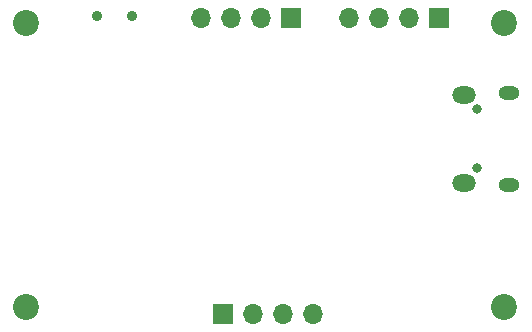
<source format=gbr>
%TF.GenerationSoftware,KiCad,Pcbnew,8.0.6*%
%TF.CreationDate,2024-12-16T15:44:53-05:00*%
%TF.ProjectId,stm32,73746d33-322e-46b6-9963-61645f706362,rev?*%
%TF.SameCoordinates,Original*%
%TF.FileFunction,Soldermask,Bot*%
%TF.FilePolarity,Negative*%
%FSLAX46Y46*%
G04 Gerber Fmt 4.6, Leading zero omitted, Abs format (unit mm)*
G04 Created by KiCad (PCBNEW 8.0.6) date 2024-12-16 15:44:53*
%MOMM*%
%LPD*%
G01*
G04 APERTURE LIST*
%ADD10C,2.200000*%
%ADD11R,1.700000X1.700000*%
%ADD12O,1.700000X1.700000*%
%ADD13C,0.900000*%
%ADD14O,0.800000X0.800000*%
%ADD15O,1.800000X1.150000*%
%ADD16O,2.000000X1.450000*%
G04 APERTURE END LIST*
D10*
%TO.C,H3*%
X167500000Y-118400000D03*
%TD*%
D11*
%TO.C,J3*%
X149500000Y-93900000D03*
D12*
X146960000Y-93900000D03*
X144420000Y-93900000D03*
X141880000Y-93900000D03*
%TD*%
D13*
%TO.C,SW1*%
X136029126Y-93746375D03*
X133029126Y-93746375D03*
%TD*%
D14*
%TO.C,J1*%
X165200000Y-106658629D03*
X165200000Y-101658629D03*
D15*
X167950000Y-108033629D03*
D16*
X164150000Y-107883629D03*
X164150000Y-100433629D03*
D15*
X167950000Y-100283629D03*
%TD*%
D10*
%TO.C,H1*%
X127000000Y-94400000D03*
%TD*%
D11*
%TO.C,J4*%
X143700000Y-119000000D03*
D12*
X146240000Y-119000000D03*
X148780000Y-119000000D03*
X151320000Y-119000000D03*
%TD*%
D10*
%TO.C,H2*%
X167500000Y-94400000D03*
%TD*%
D11*
%TO.C,J2*%
X162000000Y-93900000D03*
D12*
X159460000Y-93900000D03*
X156920000Y-93900000D03*
X154380000Y-93900000D03*
%TD*%
D10*
%TO.C,H4*%
X127000000Y-118400000D03*
%TD*%
M02*

</source>
